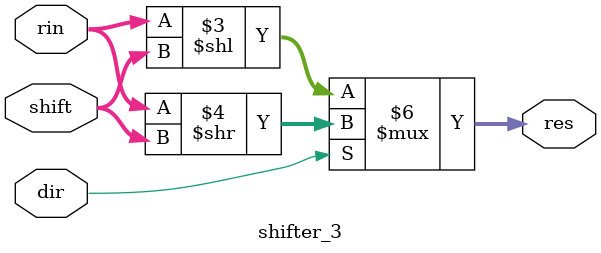
<source format=v>
module shifter_3 #(parameter d_width = 32, ra_width = 5)
	(	output reg [d_width-1:0]res,
		input [d_width-1:0] rin,
		input [ra_width-1:0] shift,
		input dir);
	always @(dir, shift, rin)
		if (~dir)
			res <= (rin << shift);
		else
			res <= (rin >> shift);
endmodule
</source>
